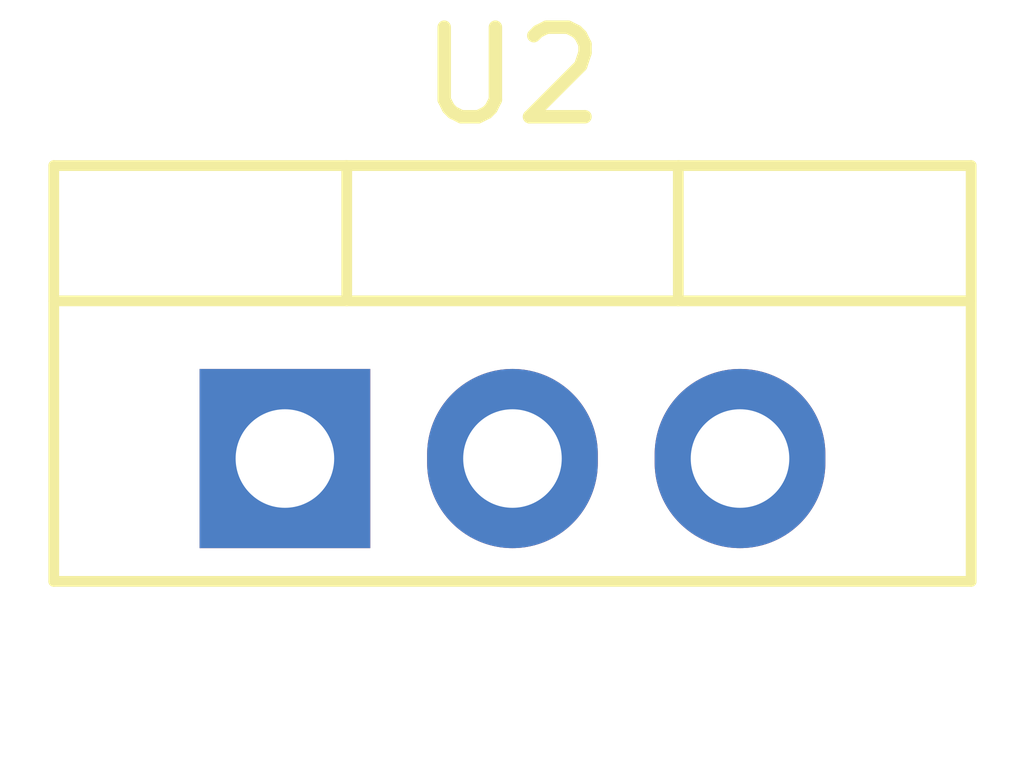
<source format=kicad_pcb>
(kicad_pcb (version 20211014) (generator pcbnew)
  (layers (0 "F.Cu" signal) (31 "B.Cu" signal) (34 "B.Paste" user) (35 "F.Paste" user) (36 "B.SilkS" user "B.Silkscreen") (37 "F.SilkS" user "F.Silkscreen") (38 "B.Mask" user) (39 "F.Mask" user) (44 "Edge.Cuts" user))
  (net 0 "")
  (net 1 "VCC")
  (net 2 "GND")
  (net 3 "+5V")
  (footprint "Package_TO_SOT_THT:TO-220-3_Vertical" (layer "F.Cu") (at 66.04 40.64)
    (fp_text reference "U2" (at 2.54 -4.27) (layer "F.SilkS"))
    (fp_text value "LM7805_TO220")
    (fp_line (start -2.58 -3.27) (end 7.66 -3.27) (layer "F.SilkS") (width 0.12))
    (fp_line (start -2.58 1.371) (end 7.66 1.371) (layer "F.SilkS") (width 0.12))
    (fp_line (start -2.58 -1.76) (end 7.66 -1.76) (layer "F.SilkS") (width 0.12))
    (fp_line (start -2.58 -3.27) (end -2.58 1.371) (layer "F.SilkS") (width 0.12))
    (fp_line (start 7.66 -3.27) (end 7.66 1.371) (layer "F.SilkS") (width 0.12))
    (fp_line (start 0.69 -3.27) (end 0.69 -1.76) (layer "F.SilkS") (width 0.12))
    (fp_line (start 4.391 -3.27) (end 4.391 -1.76) (layer "F.SilkS") (width 0.12))
    (pad "1" thru_hole rect (at 0 0) (size 1.905 2) (drill 1.1) (layers *.Cu *.Mask) (net 1 "VCC"))
    (pad "2" thru_hole oval (at 2.54 0) (size 1.905 2) (drill 1.1) (layers *.Cu *.Mask) (net 2 "GND"))
    (pad "3" thru_hole oval (at 5.08 0) (size 1.905 2) (drill 1.1) (layers *.Cu *.Mask) (net 3 "+5V"))
  )
)
</source>
